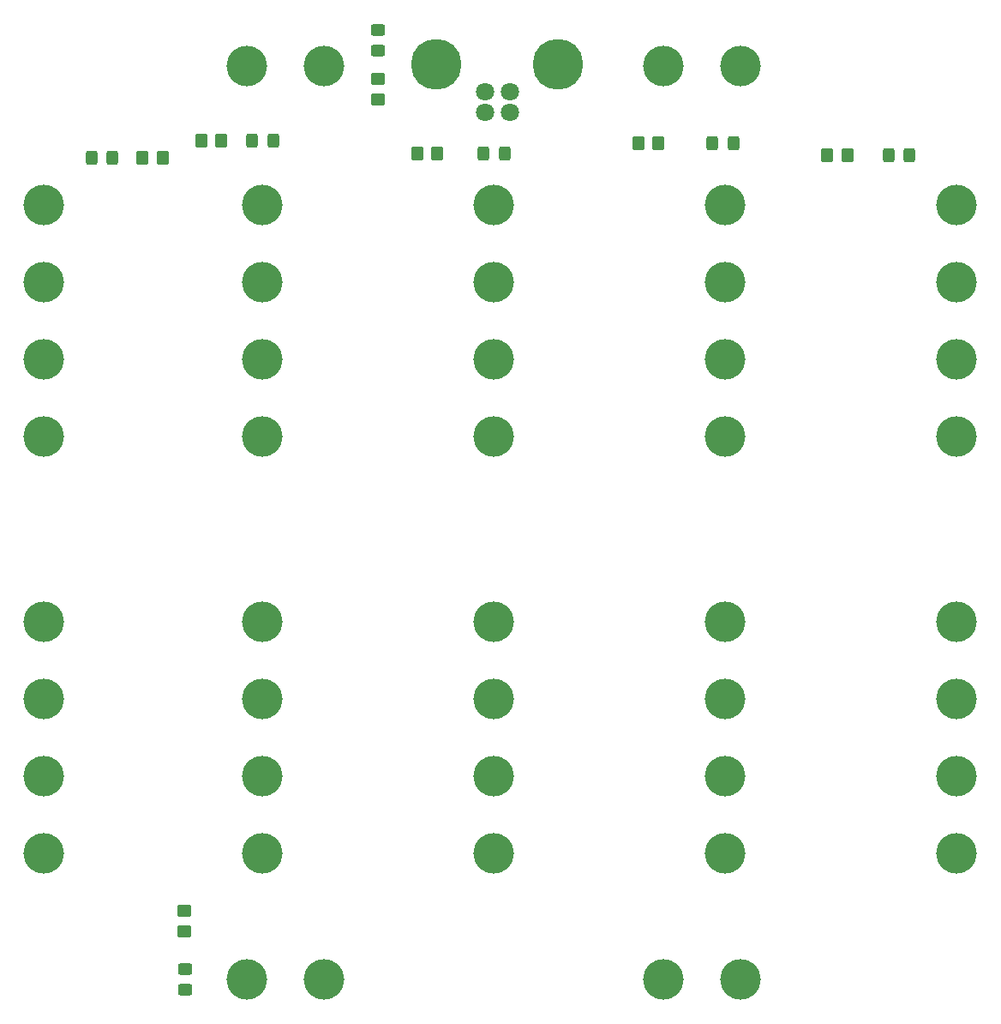
<source format=gbr>
%TF.GenerationSoftware,KiCad,Pcbnew,6.0.6-3a73a75311~116~ubuntu20.04.1*%
%TF.CreationDate,2022-06-26T16:51:51-05:00*%
%TF.ProjectId,BigClive_AA_Battery_Trickle_Charger_v000,42696743-6c69-4766-955f-41415f426174,rev?*%
%TF.SameCoordinates,Original*%
%TF.FileFunction,Soldermask,Top*%
%TF.FilePolarity,Negative*%
%FSLAX46Y46*%
G04 Gerber Fmt 4.6, Leading zero omitted, Abs format (unit mm)*
G04 Created by KiCad (PCBNEW 6.0.6-3a73a75311~116~ubuntu20.04.1) date 2022-06-26 16:51:51*
%MOMM*%
%LPD*%
G01*
G04 APERTURE LIST*
G04 Aperture macros list*
%AMRoundRect*
0 Rectangle with rounded corners*
0 $1 Rounding radius*
0 $2 $3 $4 $5 $6 $7 $8 $9 X,Y pos of 4 corners*
0 Add a 4 corners polygon primitive as box body*
4,1,4,$2,$3,$4,$5,$6,$7,$8,$9,$2,$3,0*
0 Add four circle primitives for the rounded corners*
1,1,$1+$1,$2,$3*
1,1,$1+$1,$4,$5*
1,1,$1+$1,$6,$7*
1,1,$1+$1,$8,$9*
0 Add four rect primitives between the rounded corners*
20,1,$1+$1,$2,$3,$4,$5,0*
20,1,$1+$1,$4,$5,$6,$7,0*
20,1,$1+$1,$6,$7,$8,$9,0*
20,1,$1+$1,$8,$9,$2,$3,0*%
G04 Aperture macros list end*
%ADD10C,4.000000*%
%ADD11RoundRect,0.250000X0.350000X0.450000X-0.350000X0.450000X-0.350000X-0.450000X0.350000X-0.450000X0*%
%ADD12RoundRect,0.250000X-0.350000X-0.450000X0.350000X-0.450000X0.350000X0.450000X-0.350000X0.450000X0*%
%ADD13RoundRect,0.250000X0.325000X0.450000X-0.325000X0.450000X-0.325000X-0.450000X0.325000X-0.450000X0*%
%ADD14RoundRect,0.250000X-0.325000X-0.450000X0.325000X-0.450000X0.325000X0.450000X-0.325000X0.450000X0*%
%ADD15C,1.800000*%
%ADD16C,5.000000*%
%ADD17RoundRect,0.250000X-0.450000X0.325000X-0.450000X-0.325000X0.450000X-0.325000X0.450000X0.325000X0*%
%ADD18RoundRect,0.250000X0.450000X-0.325000X0.450000X0.325000X-0.450000X0.325000X-0.450000X-0.325000X0*%
%ADD19RoundRect,0.250000X-0.450000X0.350000X-0.450000X-0.350000X0.450000X-0.350000X0.450000X0.350000X0*%
%ADD20RoundRect,0.250000X0.450000X-0.350000X0.450000X0.350000X-0.450000X0.350000X-0.450000X-0.350000X0*%
G04 APERTURE END LIST*
D10*
%TO.C,U6*%
X142005000Y-133080000D03*
X149625000Y-133080000D03*
X190775000Y-133080000D03*
X183155000Y-133080000D03*
%TD*%
D11*
%TO.C,R2*%
X133630000Y-51950000D03*
X131630000Y-51950000D03*
%TD*%
D12*
%TO.C,R4*%
X158786000Y-51546000D03*
X160786000Y-51546000D03*
%TD*%
D10*
%TO.C,U5*%
X212110000Y-56625000D03*
X212110000Y-64245000D03*
X212110000Y-105395000D03*
X212110000Y-97775000D03*
%TD*%
D13*
%TO.C,D4*%
X167415000Y-51546000D03*
X165365000Y-51546000D03*
%TD*%
D14*
%TO.C,D2*%
X126655000Y-51980000D03*
X128705000Y-51980000D03*
%TD*%
D15*
%TO.C,J1*%
X165470000Y-47450000D03*
X167970000Y-47450000D03*
X167970000Y-45450000D03*
X165470000Y-45450000D03*
D16*
X172740000Y-42740000D03*
X160700000Y-42740000D03*
%TD*%
D10*
%TO.C,U1*%
X121940000Y-56625000D03*
X121940000Y-64245000D03*
X121940000Y-105395000D03*
X121940000Y-97775000D03*
%TD*%
D12*
%TO.C,R5*%
X180630000Y-50530000D03*
X182630000Y-50530000D03*
%TD*%
%TO.C,R3*%
X137450000Y-50276000D03*
X139450000Y-50276000D03*
%TD*%
D17*
%TO.C,D1*%
X154960000Y-39345000D03*
X154960000Y-41395000D03*
%TD*%
D18*
%TO.C,D7*%
X135840000Y-134092500D03*
X135840000Y-132042500D03*
%TD*%
D13*
%TO.C,D5*%
X190021000Y-50530000D03*
X187971000Y-50530000D03*
%TD*%
D10*
%TO.C,U4*%
X189250000Y-56625000D03*
X189250000Y-64245000D03*
X189250000Y-105395000D03*
X189250000Y-97775000D03*
%TD*%
D19*
%TO.C,R7*%
X135810000Y-126330000D03*
X135810000Y-128330000D03*
%TD*%
D20*
%TO.C,R1*%
X154960000Y-46180000D03*
X154960000Y-44180000D03*
%TD*%
D13*
%TO.C,D6*%
X207405000Y-51690000D03*
X205355000Y-51690000D03*
%TD*%
%TO.C,D3*%
X144555000Y-50276000D03*
X142505000Y-50276000D03*
%TD*%
D12*
%TO.C,R6*%
X199310000Y-51690000D03*
X201310000Y-51690000D03*
%TD*%
D10*
%TO.C,U3*%
X166390000Y-56625000D03*
X166390000Y-64245000D03*
X166390000Y-105395000D03*
X166390000Y-97775000D03*
%TD*%
%TO.C,U2*%
X143530000Y-56625000D03*
X143530000Y-64245000D03*
X143530000Y-105395000D03*
X143530000Y-97775000D03*
%TD*%
%TO.C,U12*%
X141995000Y-42900000D03*
X149615000Y-42900000D03*
X190765000Y-42900000D03*
X183145000Y-42900000D03*
%TD*%
%TO.C,U9*%
X166390000Y-71865000D03*
X166390000Y-79485000D03*
X166390000Y-120635000D03*
X166390000Y-113015000D03*
%TD*%
%TO.C,U8*%
X143530000Y-71865000D03*
X143530000Y-79485000D03*
X143530000Y-120635000D03*
X143530000Y-113015000D03*
%TD*%
%TO.C,U10*%
X189250000Y-71865000D03*
X189250000Y-79485000D03*
X189250000Y-120635000D03*
X189250000Y-113015000D03*
%TD*%
%TO.C,U11*%
X212110000Y-71865000D03*
X212110000Y-79485000D03*
X212110000Y-120635000D03*
X212110000Y-113015000D03*
%TD*%
%TO.C,U7*%
X121940000Y-71865000D03*
X121940000Y-79485000D03*
X121940000Y-120635000D03*
X121940000Y-113015000D03*
%TD*%
M02*

</source>
